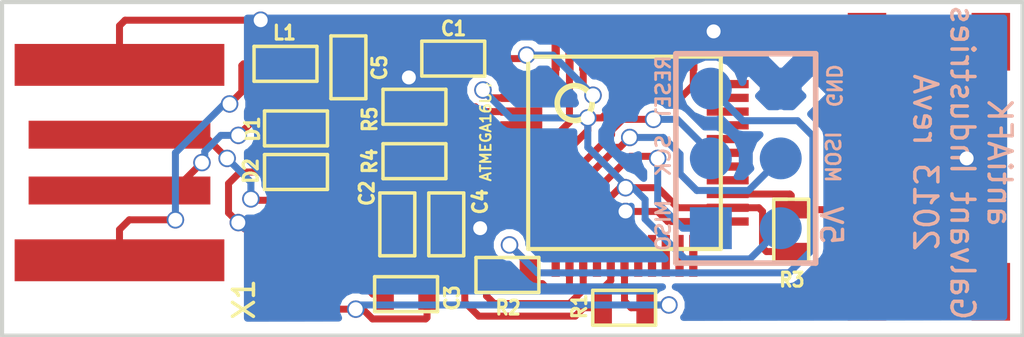
<source format=kicad_pcb>
(kicad_pcb (version 3) (host pcbnew "(2013-mar-13)-testing")

  (general
    (links 50)
    (no_connects 0)
    (area 157.201799 134.722347 197.967599 149.960853)
    (thickness 1.6)
    (drawings 11)
    (tracks 266)
    (zones 0)
    (modules 18)
    (nets 17)
  )

  (page A3)
  (layers
    (15 F.Cu signal)
    (0 B.Cu signal)
    (16 B.Adhes user)
    (17 F.Adhes user)
    (18 B.Paste user)
    (19 F.Paste user)
    (20 B.SilkS user)
    (21 F.SilkS user)
    (22 B.Mask user)
    (23 F.Mask user)
    (24 Dwgs.User user)
    (25 Cmts.User user)
    (26 Eco1.User user)
    (27 Eco2.User user)
    (28 Edge.Cuts user)
  )

  (setup
    (last_trace_width 0.254)
    (trace_clearance 0.1778)
    (zone_clearance 0.254)
    (zone_45_only no)
    (trace_min 0.254)
    (segment_width 0.2)
    (edge_width 0.15)
    (via_size 0.635)
    (via_drill 0.508)
    (via_min_size 0.635)
    (via_min_drill 0.508)
    (uvia_size 0.508)
    (uvia_drill 0.127)
    (uvias_allowed no)
    (uvia_min_size 0.508)
    (uvia_min_drill 0.127)
    (pcb_text_width 0.3)
    (pcb_text_size 1 1)
    (mod_edge_width 0.15)
    (mod_text_size 1 1)
    (mod_text_width 0.15)
    (pad_size 1.4 2.1)
    (pad_drill 0)
    (pad_to_mask_clearance 0)
    (aux_axis_origin 0 0)
    (visible_elements 7FFFFFFF)
    (pcbplotparams
      (layerselection 284196865)
      (usegerberextensions true)
      (excludeedgelayer true)
      (linewidth 152400)
      (plotframeref false)
      (viasonmask false)
      (mode 1)
      (useauxorigin false)
      (hpglpennumber 1)
      (hpglpenspeed 20)
      (hpglpendiameter 15)
      (hpglpenoverlay 2)
      (psnegative false)
      (psa4output false)
      (plotreference true)
      (plotvalue false)
      (plotothertext false)
      (plotinvisibletext false)
      (padsonsilk false)
      (subtractmaskfromsilk false)
      (outputformat 1)
      (mirror false)
      (drillshape 0)
      (scaleselection 1)
      (outputdirectory ""))
  )

  (net 0 "")
  (net 1 +5V)
  (net 2 AREF)
  (net 3 GND)
  (net 4 MISO)
  (net 5 MOSI)
  (net 6 N-0000011)
  (net 7 N-0000012)
  (net 8 N-0000020)
  (net 9 N-0000022)
  (net 10 N-0000023)
  (net 11 N-0000028)
  (net 12 RESET)
  (net 13 SCK)
  (net 14 UCAP)
  (net 15 USB_DM)
  (net 16 USB_DP)

  (net_class Default "This is the default net class."
    (clearance 0.1778)
    (trace_width 0.254)
    (via_dia 0.635)
    (via_drill 0.508)
    (uvia_dia 0.508)
    (uvia_drill 0.127)
    (add_net "")
    (add_net +5V)
    (add_net AREF)
    (add_net GND)
    (add_net MISO)
    (add_net MOSI)
    (add_net N-0000011)
    (add_net N-0000012)
    (add_net N-0000020)
    (add_net N-0000022)
    (add_net N-0000023)
    (add_net N-0000028)
    (add_net RESET)
    (add_net SCK)
    (add_net UCAP)
    (add_net USB_DM)
    (add_net USB_DP)
  )

  (module TQFP44 (layer F.Cu) (tedit 5151E523) (tstamp 5151E601)
    (at 179.8955 141.986)
    (path /51510D9D)
    (attr smd)
    (fp_text reference IC1 (at 0 -1.905) (layer F.SilkS) hide
      (effects (font (size 1.524 1.016) (thickness 0.2032)))
    )
    (fp_text value ATMEGA16U4 (at -5.0419 -0.762 90) (layer F.SilkS)
      (effects (font (size 0.381 0.381) (thickness 0.0762)))
    )
    (fp_line (start 3.5 -3.5) (end 3.5 3.5) (layer F.SilkS) (width 0.15))
    (fp_line (start -3.5 3.5) (end 3.5 3.5) (layer F.SilkS) (width 0.15))
    (fp_line (start -3.5 -3.5) (end -3.5 3.5) (layer F.SilkS) (width 0.15))
    (fp_line (start 3.5 -3.5) (end -3.5 -3.5) (layer F.SilkS) (width 0.15))
    (fp_circle (center -1.81 -1.81) (end -1.81 -1.175) (layer F.SilkS) (width 0.2032))
    (pad 39 smd rect (at 0 -3.75) (size 0.3 1.524)
      (layers F.Cu F.Paste F.Mask)
    )
    (pad 40 smd rect (at -0.5 -3.75) (size 0.3 1.524)
      (layers F.Cu F.Paste F.Mask)
    )
    (pad 41 smd rect (at -1 -3.75) (size 0.3 1.524)
      (layers F.Cu F.Paste F.Mask)
    )
    (pad 42 smd rect (at -1.5 -3.75) (size 0.3 1.524)
      (layers F.Cu F.Paste F.Mask)
      (net 2 AREF)
    )
    (pad 43 smd rect (at -2 -3.75) (size 0.3 1.524)
      (layers F.Cu F.Paste F.Mask)
      (net 3 GND)
    )
    (pad 44 smd rect (at -2.5 -3.75) (size 0.3 1.524)
      (layers F.Cu F.Paste F.Mask)
      (net 1 +5V)
    )
    (pad 38 smd rect (at 0.5 -3.75) (size 0.3 1.524)
      (layers F.Cu F.Paste F.Mask)
    )
    (pad 37 smd rect (at 1 -3.75) (size 0.3 1.524)
      (layers F.Cu F.Paste F.Mask)
    )
    (pad 36 smd rect (at 1.5 -3.75) (size 0.3 1.524)
      (layers F.Cu F.Paste F.Mask)
    )
    (pad 35 smd rect (at 2 -3.75) (size 0.3 1.524)
      (layers F.Cu F.Paste F.Mask)
      (net 3 GND)
    )
    (pad 34 smd rect (at 2.5 -3.75) (size 0.3 1.524)
      (layers F.Cu F.Paste F.Mask)
      (net 1 +5V)
    )
    (pad 17 smd rect (at 0 3.75) (size 0.3 1.524)
      (layers F.Cu F.Paste F.Mask)
      (net 11 N-0000028)
    )
    (pad 16 smd rect (at -0.5 3.75) (size 0.3 1.524)
      (layers F.Cu F.Paste F.Mask)
      (net 7 N-0000012)
    )
    (pad 15 smd rect (at -1 3.75) (size 0.3 1.524)
      (layers F.Cu F.Paste F.Mask)
      (net 3 GND)
    )
    (pad 14 smd rect (at -1.5 3.75) (size 0.3 1.524)
      (layers F.Cu F.Paste F.Mask)
      (net 1 +5V)
    )
    (pad 13 smd rect (at -2 3.75) (size 0.3 1.524)
      (layers F.Cu F.Paste F.Mask)
      (net 12 RESET)
    )
    (pad 12 smd rect (at -2.5 3.75) (size 0.3 1.524)
      (layers F.Cu F.Paste F.Mask)
    )
    (pad 18 smd rect (at 0.5 3.75) (size 0.3 1.524)
      (layers F.Cu F.Paste F.Mask)
    )
    (pad 19 smd rect (at 1 3.75) (size 0.3 1.524)
      (layers F.Cu F.Paste F.Mask)
    )
    (pad 20 smd rect (at 1.5 3.75) (size 0.3 1.524)
      (layers F.Cu F.Paste F.Mask)
    )
    (pad 21 smd rect (at 2 3.75) (size 0.3 1.524)
      (layers F.Cu F.Paste F.Mask)
    )
    (pad 22 smd rect (at 2.5 3.75) (size 0.3 1.524)
      (layers F.Cu F.Paste F.Mask)
    )
    (pad 6 smd rect (at -3.75 0) (size 1.524 0.3)
      (layers F.Cu F.Paste F.Mask)
      (net 14 UCAP)
    )
    (pad 28 smd rect (at 3.75 0) (size 1.524 0.3)
      (layers F.Cu F.Paste F.Mask)
    )
    (pad 7 smd rect (at -3.75 0.5) (size 1.524 0.3)
      (layers F.Cu F.Paste F.Mask)
      (net 1 +5V)
    )
    (pad 27 smd rect (at 3.75 0.5) (size 1.524 0.3)
      (layers F.Cu F.Paste F.Mask)
    )
    (pad 26 smd rect (at 3.75 1) (size 1.524 0.3)
      (layers F.Cu F.Paste F.Mask)
    )
    (pad 8 smd rect (at -3.75 1) (size 1.524 0.3)
      (layers F.Cu F.Paste F.Mask)
    )
    (pad 9 smd rect (at -3.75 1.5) (size 1.524 0.3)
      (layers F.Cu F.Paste F.Mask)
      (net 13 SCK)
    )
    (pad 25 smd rect (at 3.75 1.5) (size 1.524 0.3)
      (layers F.Cu F.Paste F.Mask)
      (net 6 N-0000011)
    )
    (pad 24 smd rect (at 3.75 2) (size 1.524 0.3)
      (layers F.Cu F.Paste F.Mask)
      (net 1 +5V)
    )
    (pad 10 smd rect (at -3.75 2) (size 1.524 0.3)
      (layers F.Cu F.Paste F.Mask)
      (net 5 MOSI)
    )
    (pad 11 smd rect (at -3.75 2.5) (size 1.524 0.3)
      (layers F.Cu F.Paste F.Mask)
      (net 4 MISO)
    )
    (pad 23 smd rect (at 3.75 2.5) (size 1.524 0.3)
      (layers F.Cu F.Paste F.Mask)
      (net 3 GND)
    )
    (pad 29 smd rect (at 3.75 -0.5) (size 1.524 0.3)
      (layers F.Cu F.Paste F.Mask)
    )
    (pad 5 smd rect (at -3.75 -0.5) (size 1.524 0.3)
      (layers F.Cu F.Paste F.Mask)
      (net 3 GND)
    )
    (pad 4 smd rect (at -3.75 -1) (size 1.524 0.3)
      (layers F.Cu F.Paste F.Mask)
      (net 16 USB_DP)
    )
    (pad 30 smd rect (at 3.75 -1) (size 1.524 0.3)
      (layers F.Cu F.Paste F.Mask)
    )
    (pad 31 smd rect (at 3.75 -1.5) (size 1.524 0.3)
      (layers F.Cu F.Paste F.Mask)
    )
    (pad 3 smd rect (at -3.75 -1.5) (size 1.524 0.3)
      (layers F.Cu F.Paste F.Mask)
      (net 15 USB_DM)
    )
    (pad 2 smd rect (at -3.75 -2) (size 1.524 0.3)
      (layers F.Cu F.Paste F.Mask)
      (net 1 +5V)
    )
    (pad 32 smd rect (at 3.75 -2) (size 1.524 0.3)
      (layers F.Cu F.Paste F.Mask)
    )
    (pad 33 smd rect (at 3.75 -2.5) (size 1.524 0.3)
      (layers F.Cu F.Paste F.Mask)
    )
    (pad 1 smd rect (at -3.75 -2.5) (size 1.524 0.3)
      (layers F.Cu F.Paste F.Mask)
    )
  )

  (module SM1206 (layer F.Cu) (tedit 5151E4CF) (tstamp 51511379)
    (at 168.529 145.6055)
    (path /51510F4F)
    (attr smd)
    (fp_text reference X1 (at -2.4638 1.7145 90) (layer F.SilkS)
      (effects (font (size 0.762 0.762) (thickness 0.127)))
    )
    (fp_text value 16MHz (at 0 0) (layer F.SilkS) hide
      (effects (font (size 0.762 0.762) (thickness 0.127)))
    )
    (pad 2 smd rect (at 1.1 -0.85) (size 1.4 1.2)
      (layers F.Cu F.Paste F.Mask)
      (net 7 N-0000012)
    )
    (pad 3 smd rect (at -1.1 -0.85) (size 1.4 1.2)
      (layers F.Cu F.Paste F.Mask)
      (net 3 GND)
    )
    (pad 1 smd rect (at -1.1 0.85) (size 1.4 1.2)
      (layers F.Cu F.Paste F.Mask)
      (net 11 N-0000028)
    )
    (pad 3 smd rect (at 1.1 0.85) (size 1.4 1.2)
      (layers F.Cu F.Paste F.Mask)
      (net 3 GND)
    )
    (model smd/chip_cms.wrl
      (at (xyz 0 0 0))
      (scale (xyz 0.17 0.16 0.16))
      (rotate (xyz 0 0 0))
    )
  )

  (module SW_PUSH_SMALL (layer F.Cu) (tedit 5151E529) (tstamp 5151136D)
    (at 190.9572 142.494 180)
    (path /51512551)
    (fp_text reference SW1 (at 0 -0.762 180) (layer F.SilkS) hide
      (effects (font (size 1.016 1.016) (thickness 0.2032)))
    )
    (fp_text value SW_PUSH (at 0 1.016 180) (layer F.SilkS) hide
      (effects (font (size 1.016 1.016) (thickness 0.2032)))
    )
    (pad 1 smd rect (at 2.25 -4.55 180) (size 1.4 2.1)
      (layers F.Cu F.Paste F.Mask)
      (net 6 N-0000011)
    )
    (pad 1 smd rect (at 2.25 4.55 180) (size 1.4 2.1)
      (layers F.Cu F.Paste F.Mask)
      (net 6 N-0000011)
    )
    (pad 2 smd rect (at -2.25 -4.55 180) (size 1.4 2.1)
      (layers F.Cu F.Paste F.Mask)
      (net 3 GND)
    )
    (pad 2 smd rect (at -2.25 4.55 180) (size 1.4 2.1)
      (layers F.Cu F.Paste F.Mask)
      (net 3 GND)
    )
  )

  (module pin_array_3x2 (layer B.Cu) (tedit 5151E52E) (tstamp 5151985D)
    (at 184.3024 142.1892 90)
    (descr "Double rangee de contacts 2 x 4 pins")
    (tags CONN)
    (path /515197F4)
    (fp_text reference P1 (at 0 3.81 90) (layer B.SilkS) hide
      (effects (font (size 1.016 1.016) (thickness 0.2032)) (justify mirror))
    )
    (fp_text value CONN_3X2 (at 0 -3.81 90) (layer B.SilkS) hide
      (effects (font (size 1.016 1.016) (thickness 0.2032)) (justify mirror))
    )
    (fp_line (start 3.81 -2.54) (end -3.81 -2.54) (layer B.SilkS) (width 0.2032))
    (fp_line (start -3.81 2.54) (end 3.81 2.54) (layer B.SilkS) (width 0.2032))
    (fp_line (start 3.81 2.54) (end 3.81 -2.54) (layer B.SilkS) (width 0.2032))
    (fp_line (start -3.81 -2.54) (end -3.81 2.54) (layer B.SilkS) (width 0.2032))
    (pad 1 smd rect (at -2.54 -1.27 90) (size 1.524 1.524)
      (layers B.Cu B.Paste B.Mask)
      (net 4 MISO)
    )
    (pad 2 smd circle (at -2.54 1.27 90) (size 1.524 1.524)
      (layers B.Cu B.Paste B.Mask)
      (net 1 +5V)
    )
    (pad 3 smd circle (at 0 -1.27 90) (size 1.524 1.524)
      (layers B.Cu B.Paste B.Mask)
      (net 13 SCK)
    )
    (pad 4 smd circle (at 0 1.27 90) (size 1.524 1.524)
      (layers B.Cu B.Paste B.Mask)
      (net 5 MOSI)
    )
    (pad 5 smd circle (at 2.54 -1.27 90) (size 1.524 1.524)
      (layers B.Cu B.Paste B.Mask)
      (net 12 RESET)
    )
    (pad 6 smd circle (at 2.54 1.27 90) (size 1.524 1.524)
      (layers B.Cu B.Paste B.Mask)
      (net 3 GND)
    )
  )

  (module USB_MINI_B (layer F.Cu) (tedit 5151E53C) (tstamp 5151132A)
    (at 161.544 142.3416 180)
    (descr "USB Mini-B 5-pin SMD connector")
    (tags "USB, Mini-B, connector")
    (path /514F76CC)
    (fp_text reference J1 (at 0.0508 5.4356 180) (layer F.SilkS) hide
      (effects (font (size 1.016 1.016) (thickness 0.2032)))
    )
    (fp_text value USB (at 0 -5.1816 180) (layer F.SilkS) hide
      (effects (font (size 1.016 1.016) (thickness 0.2032)))
    )
    (pad 1 smd rect (at 0 -3.556 180) (size 7.62 1.524)
      (layers F.Cu F.Paste F.Mask)
      (net 8 N-0000020)
    )
    (pad 2 smd rect (at 0 -1.016 180) (size 6.604 1.016)
      (layers F.Cu F.Paste F.Mask)
      (net 9 N-0000022)
    )
    (pad 3 smd rect (at 0 1.016 180) (size 6.604 1.016)
      (layers F.Cu F.Paste F.Mask)
      (net 10 N-0000023)
    )
    (pad 4 smd rect (at 0 3.556 180) (size 7.62 1.524)
      (layers F.Cu F.Paste F.Mask)
      (net 3 GND)
    )
  )

  (module SM0603 (layer F.Cu) (tedit 5151E4AD) (tstamp 51511383)
    (at 167.9575 142.6845)
    (path /514F7734)
    (attr smd)
    (fp_text reference D2 (at -1.6383 -0.0381 90) (layer F.SilkS)
      (effects (font (size 0.508 0.4572) (thickness 0.1143)))
    )
    (fp_text value ZENER (at 0 0) (layer F.SilkS) hide
      (effects (font (size 0.508 0.4572) (thickness 0.1143)))
    )
    (fp_line (start -1.143 -0.635) (end 1.143 -0.635) (layer F.SilkS) (width 0.127))
    (fp_line (start 1.143 -0.635) (end 1.143 0.635) (layer F.SilkS) (width 0.127))
    (fp_line (start 1.143 0.635) (end -1.143 0.635) (layer F.SilkS) (width 0.127))
    (fp_line (start -1.143 0.635) (end -1.143 -0.635) (layer F.SilkS) (width 0.127))
    (pad 1 smd rect (at -0.762 0) (size 0.635 1.143)
      (layers F.Cu F.Paste F.Mask)
      (net 3 GND)
    )
    (pad 2 smd rect (at 0.762 0) (size 0.635 1.143)
      (layers F.Cu F.Paste F.Mask)
      (net 10 N-0000023)
    )
    (model smd\resistors\R0603.wrl
      (at (xyz 0 0 0.001))
      (scale (xyz 0.5 0.5 0.5))
      (rotate (xyz 0 0 0))
    )
  )

  (module SM0603 (layer F.Cu) (tedit 5151E4C4) (tstamp 5151138D)
    (at 172.2628 142.2908)
    (path /514F7772)
    (attr smd)
    (fp_text reference R4 (at -1.6256 0 90) (layer F.SilkS)
      (effects (font (size 0.508 0.4572) (thickness 0.1143)))
    )
    (fp_text value 22 (at 0 0) (layer F.SilkS) hide
      (effects (font (size 0.508 0.4572) (thickness 0.1143)))
    )
    (fp_line (start -1.143 -0.635) (end 1.143 -0.635) (layer F.SilkS) (width 0.127))
    (fp_line (start 1.143 -0.635) (end 1.143 0.635) (layer F.SilkS) (width 0.127))
    (fp_line (start 1.143 0.635) (end -1.143 0.635) (layer F.SilkS) (width 0.127))
    (fp_line (start -1.143 0.635) (end -1.143 -0.635) (layer F.SilkS) (width 0.127))
    (pad 1 smd rect (at -0.762 0) (size 0.635 1.143)
      (layers F.Cu F.Paste F.Mask)
      (net 10 N-0000023)
    )
    (pad 2 smd rect (at 0.762 0) (size 0.635 1.143)
      (layers F.Cu F.Paste F.Mask)
      (net 16 USB_DP)
    )
    (model smd\resistors\R0603.wrl
      (at (xyz 0 0 0.001))
      (scale (xyz 0.5 0.5 0.5))
      (rotate (xyz 0 0 0))
    )
  )

  (module SM0603 (layer F.Cu) (tedit 5151E4BC) (tstamp 51511397)
    (at 172.2628 140.3096)
    (path /514F7781)
    (attr smd)
    (fp_text reference R5 (at -1.6256 0.4572 90) (layer F.SilkS)
      (effects (font (size 0.508 0.4572) (thickness 0.1143)))
    )
    (fp_text value 22 (at 0 0) (layer F.SilkS) hide
      (effects (font (size 0.508 0.4572) (thickness 0.1143)))
    )
    (fp_line (start -1.143 -0.635) (end 1.143 -0.635) (layer F.SilkS) (width 0.127))
    (fp_line (start 1.143 -0.635) (end 1.143 0.635) (layer F.SilkS) (width 0.127))
    (fp_line (start 1.143 0.635) (end -1.143 0.635) (layer F.SilkS) (width 0.127))
    (fp_line (start -1.143 0.635) (end -1.143 -0.635) (layer F.SilkS) (width 0.127))
    (pad 1 smd rect (at -0.762 0) (size 0.635 1.143)
      (layers F.Cu F.Paste F.Mask)
      (net 9 N-0000022)
    )
    (pad 2 smd rect (at 0.762 0) (size 0.635 1.143)
      (layers F.Cu F.Paste F.Mask)
      (net 15 USB_DM)
    )
    (model smd\resistors\R0603.wrl
      (at (xyz 0 0 0.001))
      (scale (xyz 0.5 0.5 0.5))
      (rotate (xyz 0 0 0))
    )
  )

  (module SM0603 (layer F.Cu) (tedit 5151E4B0) (tstamp 515113A1)
    (at 167.9575 141.097)
    (path /514F7725)
    (attr smd)
    (fp_text reference D1 (at -1.5875 0.0254 90) (layer F.SilkS)
      (effects (font (size 0.508 0.4572) (thickness 0.1143)))
    )
    (fp_text value ZENER (at 0 0) (layer F.SilkS) hide
      (effects (font (size 0.508 0.4572) (thickness 0.1143)))
    )
    (fp_line (start -1.143 -0.635) (end 1.143 -0.635) (layer F.SilkS) (width 0.127))
    (fp_line (start 1.143 -0.635) (end 1.143 0.635) (layer F.SilkS) (width 0.127))
    (fp_line (start 1.143 0.635) (end -1.143 0.635) (layer F.SilkS) (width 0.127))
    (fp_line (start -1.143 0.635) (end -1.143 -0.635) (layer F.SilkS) (width 0.127))
    (pad 1 smd rect (at -0.762 0) (size 0.635 1.143)
      (layers F.Cu F.Paste F.Mask)
      (net 3 GND)
    )
    (pad 2 smd rect (at 0.762 0) (size 0.635 1.143)
      (layers F.Cu F.Paste F.Mask)
      (net 9 N-0000022)
    )
    (model smd\resistors\R0603.wrl
      (at (xyz 0 0 0.001))
      (scale (xyz 0.5 0.5 0.5))
      (rotate (xyz 0 0 0))
    )
  )

  (module SM0603 (layer F.Cu) (tedit 5151E4E2) (tstamp 515113AB)
    (at 179.8828 147.6248)
    (path /51510F5E)
    (attr smd)
    (fp_text reference R1 (at -1.6256 -0.0508 90) (layer F.SilkS)
      (effects (font (size 0.508 0.4572) (thickness 0.1143)))
    )
    (fp_text value 1M (at 0 0) (layer F.SilkS) hide
      (effects (font (size 0.508 0.4572) (thickness 0.1143)))
    )
    (fp_line (start -1.143 -0.635) (end 1.143 -0.635) (layer F.SilkS) (width 0.127))
    (fp_line (start 1.143 -0.635) (end 1.143 0.635) (layer F.SilkS) (width 0.127))
    (fp_line (start 1.143 0.635) (end -1.143 0.635) (layer F.SilkS) (width 0.127))
    (fp_line (start -1.143 0.635) (end -1.143 -0.635) (layer F.SilkS) (width 0.127))
    (pad 1 smd rect (at -0.762 0) (size 0.635 1.143)
      (layers F.Cu F.Paste F.Mask)
      (net 7 N-0000012)
    )
    (pad 2 smd rect (at 0.762 0) (size 0.635 1.143)
      (layers F.Cu F.Paste F.Mask)
      (net 11 N-0000028)
    )
    (model smd\resistors\R0603.wrl
      (at (xyz 0 0 0.001))
      (scale (xyz 0.5 0.5 0.5))
      (rotate (xyz 0 0 0))
    )
  )

  (module SM0603 (layer F.Cu) (tedit 5151E4BF) (tstamp 515113B5)
    (at 173.6725 138.557 180)
    (path /5151175C)
    (attr smd)
    (fp_text reference C1 (at -0.0127 1.0922 180) (layer F.SilkS)
      (effects (font (size 0.508 0.4572) (thickness 0.1143)))
    )
    (fp_text value 0.1uF (at 0 0 180) (layer F.SilkS) hide
      (effects (font (size 0.508 0.4572) (thickness 0.1143)))
    )
    (fp_line (start -1.143 -0.635) (end 1.143 -0.635) (layer F.SilkS) (width 0.127))
    (fp_line (start 1.143 -0.635) (end 1.143 0.635) (layer F.SilkS) (width 0.127))
    (fp_line (start 1.143 0.635) (end -1.143 0.635) (layer F.SilkS) (width 0.127))
    (fp_line (start -1.143 0.635) (end -1.143 -0.635) (layer F.SilkS) (width 0.127))
    (pad 1 smd rect (at -0.762 0 180) (size 0.635 1.143)
      (layers F.Cu F.Paste F.Mask)
      (net 2 AREF)
    )
    (pad 2 smd rect (at 0.762 0 180) (size 0.635 1.143)
      (layers F.Cu F.Paste F.Mask)
      (net 3 GND)
    )
    (model smd\resistors\R0603.wrl
      (at (xyz 0 0 0.001))
      (scale (xyz 0.5 0.5 0.5))
      (rotate (xyz 0 0 0))
    )
  )

  (module SM0603 (layer F.Cu) (tedit 5151E4C9) (tstamp 515113BF)
    (at 171.6405 144.5895 270)
    (path /51510F6D)
    (attr smd)
    (fp_text reference C2 (at -1.1303 1.1049 270) (layer F.SilkS)
      (effects (font (size 0.508 0.4572) (thickness 0.1143)))
    )
    (fp_text value 18pF (at 0 0 270) (layer F.SilkS) hide
      (effects (font (size 0.508 0.4572) (thickness 0.1143)))
    )
    (fp_line (start -1.143 -0.635) (end 1.143 -0.635) (layer F.SilkS) (width 0.127))
    (fp_line (start 1.143 -0.635) (end 1.143 0.635) (layer F.SilkS) (width 0.127))
    (fp_line (start 1.143 0.635) (end -1.143 0.635) (layer F.SilkS) (width 0.127))
    (fp_line (start -1.143 0.635) (end -1.143 -0.635) (layer F.SilkS) (width 0.127))
    (pad 1 smd rect (at -0.762 0 270) (size 0.635 1.143)
      (layers F.Cu F.Paste F.Mask)
      (net 3 GND)
    )
    (pad 2 smd rect (at 0.762 0 270) (size 0.635 1.143)
      (layers F.Cu F.Paste F.Mask)
      (net 7 N-0000012)
    )
    (model smd\resistors\R0603.wrl
      (at (xyz 0 0 0.001))
      (scale (xyz 0.5 0.5 0.5))
      (rotate (xyz 0 0 0))
    )
  )

  (module SM0603 (layer F.Cu) (tedit 5151E4DE) (tstamp 515113C9)
    (at 175.641 146.431)
    (path /51511625)
    (attr smd)
    (fp_text reference R2 (at 0.0254 1.1938) (layer F.SilkS)
      (effects (font (size 0.508 0.4572) (thickness 0.1143)))
    )
    (fp_text value 10k (at 0 0) (layer F.SilkS) hide
      (effects (font (size 0.508 0.4572) (thickness 0.1143)))
    )
    (fp_line (start -1.143 -0.635) (end 1.143 -0.635) (layer F.SilkS) (width 0.127))
    (fp_line (start 1.143 -0.635) (end 1.143 0.635) (layer F.SilkS) (width 0.127))
    (fp_line (start 1.143 0.635) (end -1.143 0.635) (layer F.SilkS) (width 0.127))
    (fp_line (start -1.143 0.635) (end -1.143 -0.635) (layer F.SilkS) (width 0.127))
    (pad 1 smd rect (at -0.762 0) (size 0.635 1.143)
      (layers F.Cu F.Paste F.Mask)
      (net 1 +5V)
    )
    (pad 2 smd rect (at 0.762 0) (size 0.635 1.143)
      (layers F.Cu F.Paste F.Mask)
      (net 12 RESET)
    )
    (model smd\resistors\R0603.wrl
      (at (xyz 0 0 0.001))
      (scale (xyz 0.5 0.5 0.5))
      (rotate (xyz 0 0 0))
    )
  )

  (module SM0603 (layer F.Cu) (tedit 5151E4D5) (tstamp 5151E0D0)
    (at 171.958 147.1295)
    (path /51510F7C)
    (attr smd)
    (fp_text reference C3 (at 1.6764 0.1397 90) (layer F.SilkS)
      (effects (font (size 0.508 0.4572) (thickness 0.1143)))
    )
    (fp_text value 18pF (at 0 0) (layer F.SilkS) hide
      (effects (font (size 0.508 0.4572) (thickness 0.1143)))
    )
    (fp_line (start -1.143 -0.635) (end 1.143 -0.635) (layer F.SilkS) (width 0.127))
    (fp_line (start 1.143 -0.635) (end 1.143 0.635) (layer F.SilkS) (width 0.127))
    (fp_line (start 1.143 0.635) (end -1.143 0.635) (layer F.SilkS) (width 0.127))
    (fp_line (start -1.143 0.635) (end -1.143 -0.635) (layer F.SilkS) (width 0.127))
    (pad 1 smd rect (at -0.762 0) (size 0.635 1.143)
      (layers F.Cu F.Paste F.Mask)
      (net 3 GND)
    )
    (pad 2 smd rect (at 0.762 0) (size 0.635 1.143)
      (layers F.Cu F.Paste F.Mask)
      (net 11 N-0000028)
    )
    (model smd\resistors\R0603.wrl
      (at (xyz 0 0 0.001))
      (scale (xyz 0.5 0.5 0.5))
      (rotate (xyz 0 0 0))
    )
  )

  (module SM0603 (layer F.Cu) (tedit 5151E4DA) (tstamp 515113DD)
    (at 173.4185 144.5895 270)
    (path /5151196E)
    (attr smd)
    (fp_text reference C4 (at -0.8255 -1.2319 270) (layer F.SilkS)
      (effects (font (size 0.508 0.4572) (thickness 0.1143)))
    )
    (fp_text value 1uF (at 0 0 270) (layer F.SilkS) hide
      (effects (font (size 0.508 0.4572) (thickness 0.1143)))
    )
    (fp_line (start -1.143 -0.635) (end 1.143 -0.635) (layer F.SilkS) (width 0.127))
    (fp_line (start 1.143 -0.635) (end 1.143 0.635) (layer F.SilkS) (width 0.127))
    (fp_line (start 1.143 0.635) (end -1.143 0.635) (layer F.SilkS) (width 0.127))
    (fp_line (start -1.143 0.635) (end -1.143 -0.635) (layer F.SilkS) (width 0.127))
    (pad 1 smd rect (at -0.762 0 270) (size 0.635 1.143)
      (layers F.Cu F.Paste F.Mask)
      (net 14 UCAP)
    )
    (pad 2 smd rect (at 0.762 0 270) (size 0.635 1.143)
      (layers F.Cu F.Paste F.Mask)
      (net 3 GND)
    )
    (model smd\resistors\R0603.wrl
      (at (xyz 0 0 0.001))
      (scale (xyz 0.5 0.5 0.5))
      (rotate (xyz 0 0 0))
    )
  )

  (module SM0603 (layer F.Cu) (tedit 5151E4B8) (tstamp 51511BC1)
    (at 169.8625 138.8745 270)
    (path /51512114)
    (attr smd)
    (fp_text reference C5 (at 0.0127 -1.1303 270) (layer F.SilkS)
      (effects (font (size 0.508 0.4572) (thickness 0.1143)))
    )
    (fp_text value 0.1uF (at 0 0 270) (layer F.SilkS) hide
      (effects (font (size 0.508 0.4572) (thickness 0.1143)))
    )
    (fp_line (start -1.143 -0.635) (end 1.143 -0.635) (layer F.SilkS) (width 0.127))
    (fp_line (start 1.143 -0.635) (end 1.143 0.635) (layer F.SilkS) (width 0.127))
    (fp_line (start 1.143 0.635) (end -1.143 0.635) (layer F.SilkS) (width 0.127))
    (fp_line (start -1.143 0.635) (end -1.143 -0.635) (layer F.SilkS) (width 0.127))
    (pad 1 smd rect (at -0.762 0 270) (size 0.635 1.143)
      (layers F.Cu F.Paste F.Mask)
      (net 1 +5V)
    )
    (pad 2 smd rect (at 0.762 0 270) (size 0.635 1.143)
      (layers F.Cu F.Paste F.Mask)
      (net 3 GND)
    )
    (model smd\resistors\R0603.wrl
      (at (xyz 0 0 0.001))
      (scale (xyz 0.5 0.5 0.5))
      (rotate (xyz 0 0 0))
    )
  )

  (module SM0603 (layer F.Cu) (tedit 5151E7BB) (tstamp 515113F1)
    (at 185.9534 144.8181 90)
    (path /5151248E)
    (attr smd)
    (fp_text reference R3 (at -1.7907 0.0254 180) (layer F.SilkS)
      (effects (font (size 0.508 0.4572) (thickness 0.1143)))
    )
    (fp_text value 10k (at 0 0 90) (layer F.SilkS) hide
      (effects (font (size 0.508 0.4572) (thickness 0.1143)))
    )
    (fp_line (start -1.143 -0.635) (end 1.143 -0.635) (layer F.SilkS) (width 0.127))
    (fp_line (start 1.143 -0.635) (end 1.143 0.635) (layer F.SilkS) (width 0.127))
    (fp_line (start 1.143 0.635) (end -1.143 0.635) (layer F.SilkS) (width 0.127))
    (fp_line (start -1.143 0.635) (end -1.143 -0.635) (layer F.SilkS) (width 0.127))
    (pad 1 smd rect (at -0.762 0 90) (size 0.635 1.143)
      (layers F.Cu F.Paste F.Mask)
      (net 1 +5V)
    )
    (pad 2 smd rect (at 0.762 0 90) (size 0.635 1.143)
      (layers F.Cu F.Paste F.Mask)
      (net 6 N-0000011)
    )
    (model smd\resistors\R0603.wrl
      (at (xyz 0 0 0.001))
      (scale (xyz 0.5 0.5 0.5))
      (rotate (xyz 0 0 0))
    )
  )

  (module SM0603 (layer F.Cu) (tedit 5151E4B4) (tstamp 515113FB)
    (at 167.5765 138.7475 180)
    (path /514F76DB)
    (attr smd)
    (fp_text reference L1 (at 0.0381 1.1303 180) (layer F.SilkS)
      (effects (font (size 0.508 0.4572) (thickness 0.1143)))
    )
    (fp_text value INDUCTOR (at 0 0 180) (layer F.SilkS) hide
      (effects (font (size 0.508 0.4572) (thickness 0.1143)))
    )
    (fp_line (start -1.143 -0.635) (end 1.143 -0.635) (layer F.SilkS) (width 0.127))
    (fp_line (start 1.143 -0.635) (end 1.143 0.635) (layer F.SilkS) (width 0.127))
    (fp_line (start 1.143 0.635) (end -1.143 0.635) (layer F.SilkS) (width 0.127))
    (fp_line (start -1.143 0.635) (end -1.143 -0.635) (layer F.SilkS) (width 0.127))
    (pad 1 smd rect (at -0.762 0 180) (size 0.635 1.143)
      (layers F.Cu F.Paste F.Mask)
      (net 1 +5V)
    )
    (pad 2 smd rect (at 0.762 0 180) (size 0.635 1.143)
      (layers F.Cu F.Paste F.Mask)
      (net 8 N-0000020)
    )
    (model smd\resistors\R0603.wrl
      (at (xyz 0 0 0.001))
      (scale (xyz 0.5 0.5 0.5))
      (rotate (xyz 0 0 0))
    )
  )

  (gr_line (start 194.3608 136.4996) (end 194.3608 148.6408) (angle 90) (layer Edge.Cuts) (width 0.15))
  (gr_text "antiAFK\nGalvant Industries\n2013 revA" (at 192.1764 142.3416 270) (layer B.SilkS)
    (effects (font (size 0.8382 0.8382) (thickness 0.127)) (justify mirror))
  )
  (gr_text RESET (at 181.3052 139.5984 90) (layer B.SilkS)
    (effects (font (size 0.508 0.508) (thickness 0.1016)) (justify mirror))
  )
  (gr_text SCK (at 181.3052 142.0876 90) (layer B.SilkS)
    (effects (font (size 0.508 0.508) (thickness 0.1016)) (justify mirror))
  )
  (gr_text MISO (at 181.3052 144.6276 90) (layer B.SilkS)
    (effects (font (size 0.508 0.508) (thickness 0.1016)) (justify mirror))
  )
  (gr_text GND (at 187.5028 139.5476 270) (layer B.SilkS)
    (effects (font (size 0.508 0.508) (thickness 0.1016)) (justify mirror))
  )
  (gr_text MOSI (at 187.452 142.1384 270) (layer B.SilkS)
    (effects (font (size 0.508 0.508) (thickness 0.1016)) (justify mirror))
  )
  (gr_text 5V (at 187.4012 144.6276 270) (layer B.SilkS)
    (effects (font (size 0.762 0.762) (thickness 0.127)) (justify mirror))
  )
  (gr_line (start 157.2768 148.6408) (end 194.3608 148.6408) (angle 90) (layer Edge.Cuts) (width 0.15))
  (gr_line (start 194.3608 136.4996) (end 157.2768 136.4996) (angle 90) (layer Edge.Cuts) (width 0.15))
  (gr_line (start 157.2768 148.6408) (end 157.2768 136.5504) (angle 90) (layer Edge.Cuts) (width 0.15))

  (segment (start 183.6455 143.986) (end 184.7784 143.986) (width 0.254) (layer F.Cu) (net 1))
  (segment (start 185.0517 145.5801) (end 185.9534 145.5801) (width 0.254) (layer F.Cu) (net 1) (tstamp 5151E743))
  (segment (start 184.912 145.4404) (end 185.0517 145.5801) (width 0.254) (layer F.Cu) (net 1) (tstamp 5151E742))
  (segment (start 184.912 144.1196) (end 184.912 145.4404) (width 0.254) (layer F.Cu) (net 1) (tstamp 5151E741))
  (segment (start 184.7784 143.986) (end 184.912 144.1196) (width 0.254) (layer F.Cu) (net 1) (tstamp 5151E740))
  (segment (start 179.9336 143.256) (end 180.212998 143.256) (width 0.254) (layer B.Cu) (net 1))
  (segment (start 184.4548 145.8468) (end 185.5724 144.7292) (width 0.254) (layer B.Cu) (net 1) (tstamp 5151E303))
  (segment (start 182.092602 145.8468) (end 184.4548 145.8468) (width 0.254) (layer B.Cu) (net 1) (tstamp 5151E301))
  (segment (start 180.6448 144.398998) (end 182.092602 145.8468) (width 0.254) (layer B.Cu) (net 1) (tstamp 5151E300))
  (segment (start 180.6448 143.687802) (end 180.6448 144.398998) (width 0.254) (layer B.Cu) (net 1) (tstamp 5151E2FF))
  (segment (start 180.212998 143.256) (end 180.6448 143.687802) (width 0.254) (layer B.Cu) (net 1) (tstamp 5151E2FE))
  (segment (start 178.3955 145.736) (end 178.3955 146.9785) (width 0.254) (layer F.Cu) (net 1))
  (segment (start 174.879 147.193) (end 174.879 146.431) (width 0.254) (layer F.Cu) (net 1) (tstamp 5151E292))
  (segment (start 175.1584 147.4724) (end 174.879 147.193) (width 0.254) (layer F.Cu) (net 1) (tstamp 5151E291))
  (segment (start 177.9016 147.4724) (end 175.1584 147.4724) (width 0.254) (layer F.Cu) (net 1) (tstamp 5151E290))
  (segment (start 178.3955 146.9785) (end 177.9016 147.4724) (width 0.254) (layer F.Cu) (net 1) (tstamp 5151E28F))
  (segment (start 169.8625 138.1125) (end 171.2087 138.1125) (width 0.254) (layer F.Cu) (net 1))
  (segment (start 177.3955 137.2127) (end 177.3955 138.236) (width 0.254) (layer F.Cu) (net 1) (tstamp 5151E269))
  (segment (start 177.3936 137.2108) (end 177.3955 137.2127) (width 0.254) (layer F.Cu) (net 1) (tstamp 5151E268))
  (segment (start 177.038 137.2108) (end 177.3936 137.2108) (width 0.254) (layer F.Cu) (net 1) (tstamp 5151E267))
  (segment (start 176.6316 137.6172) (end 177.038 137.2108) (width 0.254) (layer F.Cu) (net 1) (tstamp 5151E266))
  (segment (start 171.704 137.6172) (end 176.6316 137.6172) (width 0.254) (layer F.Cu) (net 1) (tstamp 5151E265))
  (segment (start 171.2087 138.1125) (end 171.704 137.6172) (width 0.254) (layer F.Cu) (net 1) (tstamp 5151E264))
  (segment (start 176.1455 139.986) (end 175.038 139.986) (width 0.254) (layer F.Cu) (net 1))
  (segment (start 175.768 140.716) (end 178.562 140.716) (width 0.254) (layer B.Cu) (net 1) (tstamp 5151E240))
  (segment (start 174.752 139.7) (end 175.768 140.716) (width 0.254) (layer B.Cu) (net 1) (tstamp 5151E23F))
  (via (at 174.752 139.7) (size 0.635) (layers F.Cu B.Cu) (net 1))
  (segment (start 175.038 139.986) (end 174.752 139.7) (width 0.254) (layer F.Cu) (net 1) (tstamp 5151E23D))
  (segment (start 182.3955 138.236) (end 182.3955 139.5241) (width 0.254) (layer F.Cu) (net 1))
  (segment (start 182.3955 139.5241) (end 181.9148 140.0048) (width 0.254) (layer F.Cu) (net 1) (tstamp 5151E1F1))
  (segment (start 181.9148 140.0048) (end 179.7812 140.0048) (width 0.254) (layer F.Cu) (net 1) (tstamp 5151E1F2))
  (segment (start 179.7812 140.0048) (end 179.07 140.716) (width 0.254) (layer F.Cu) (net 1) (tstamp 5151E1F3))
  (segment (start 179.07 140.716) (end 178.562 140.716) (width 0.254) (layer F.Cu) (net 1) (tstamp 5151E1F4))
  (segment (start 179.9336 143.256) (end 181.102 143.256) (width 0.254) (layer F.Cu) (net 1))
  (segment (start 181.832 143.986) (end 183.6455 143.986) (width 0.254) (layer F.Cu) (net 1) (tstamp 5151E1E4))
  (segment (start 181.102 143.256) (end 181.832 143.986) (width 0.254) (layer F.Cu) (net 1) (tstamp 5151E1E3))
  (segment (start 179.9336 143.256) (end 179.9336 143.1544) (width 0.254) (layer B.Cu) (net 1))
  (segment (start 179.9336 143.1544) (end 178.562 141.7828) (width 0.254) (layer B.Cu) (net 1) (tstamp 5151E1DE))
  (segment (start 178.562 141.7828) (end 178.562 140.716) (width 0.254) (layer B.Cu) (net 1) (tstamp 5151E1DF))
  (via (at 179.9336 143.256) (size 0.635) (layers F.Cu B.Cu) (net 1))
  (segment (start 177.2492 142.486) (end 178.562 141.1732) (width 0.254) (layer F.Cu) (net 1) (tstamp 5151E150))
  (segment (start 176.1455 142.486) (end 177.2492 142.486) (width 0.254) (layer F.Cu) (net 1))
  (segment (start 178.562 141.1732) (end 178.562 140.716) (width 0.254) (layer F.Cu) (net 1) (tstamp 5151E151))
  (via (at 178.562 140.716) (size 0.635) (layers F.Cu B.Cu) (net 1))
  (segment (start 178.3955 144.5909) (end 179.7304 143.256) (width 0.254) (layer F.Cu) (net 1) (tstamp 5151E169))
  (segment (start 179.7304 143.256) (end 179.9336 143.256) (width 0.254) (layer F.Cu) (net 1) (tstamp 5151E16B))
  (segment (start 178.3955 144.5909) (end 178.3955 145.736) (width 0.254) (layer F.Cu) (net 1))
  (segment (start 177.3955 138.236) (end 177.3955 139.787) (width 0.254) (layer F.Cu) (net 1))
  (segment (start 177.3955 139.787) (end 177.1965 139.986) (width 0.254) (layer F.Cu) (net 1) (tstamp 5151E0E5))
  (segment (start 177.1965 139.986) (end 176.1455 139.986) (width 0.254) (layer F.Cu) (net 1) (tstamp 5151E0E6))
  (segment (start 168.3385 138.7475) (end 169.7355 138.7475) (width 0.254) (layer F.Cu) (net 1))
  (segment (start 169.8625 138.6205) (end 169.8625 138.1125) (width 0.254) (layer F.Cu) (net 1) (tstamp 5151E090))
  (segment (start 169.7355 138.7475) (end 169.8625 138.6205) (width 0.254) (layer F.Cu) (net 1) (tstamp 5151E08F))
  (segment (start 178.3955 138.236) (end 178.3955 139.5335) (width 0.254) (layer F.Cu) (net 2))
  (segment (start 176.2125 138.557) (end 174.4345 138.557) (width 0.254) (layer F.Cu) (net 2) (tstamp 5151E0F7))
  (segment (start 176.3395 138.43) (end 176.2125 138.557) (width 0.254) (layer F.Cu) (net 2) (tstamp 5151E0F6))
  (via (at 176.3395 138.43) (size 0.635) (layers F.Cu B.Cu) (net 2))
  (segment (start 177.292 138.43) (end 176.3395 138.43) (width 0.254) (layer B.Cu) (net 2) (tstamp 5151E0F4))
  (segment (start 178.7525 139.8905) (end 177.292 138.43) (width 0.254) (layer B.Cu) (net 2) (tstamp 5151E0F3))
  (via (at 178.7525 139.8905) (size 0.635) (layers F.Cu B.Cu) (net 2))
  (segment (start 178.3955 139.5335) (end 178.7525 139.8905) (width 0.254) (layer F.Cu) (net 2) (tstamp 5151E0F1))
  (segment (start 161.544 138.7856) (end 161.544 137.3632) (width 0.254) (layer F.Cu) (net 3))
  (via (at 166.6748 137.16) (size 0.635) (layers F.Cu B.Cu) (net 3))
  (segment (start 161.7472 137.16) (end 166.6748 137.16) (width 0.254) (layer F.Cu) (net 3) (tstamp 5151E736))
  (segment (start 161.544 137.3632) (end 161.7472 137.16) (width 0.254) (layer F.Cu) (net 3) (tstamp 5151E735))
  (segment (start 193.1818 142.1892) (end 192.3288 142.1892) (width 0.254) (layer F.Cu) (net 3))
  (via (at 192.3288 142.1892) (size 0.635) (layers F.Cu B.Cu) (net 3))
  (segment (start 193.1818 137.6265) (end 193.1818 142.1892) (width 0.254) (layer F.Cu) (net 3))
  (segment (start 193.1818 142.1892) (end 193.1818 146.7265) (width 0.254) (layer F.Cu) (net 3) (tstamp 5151E324))
  (segment (start 172.0596 139.2428) (end 172.0596 142.1384) (width 0.254) (layer B.Cu) (net 3))
  (segment (start 172.0596 142.1384) (end 174.6504 144.7292) (width 0.254) (layer B.Cu) (net 3) (tstamp 5151E2F2))
  (segment (start 181.8132 137.16) (end 182.7276 137.16) (width 0.254) (layer F.Cu) (net 3))
  (segment (start 171.6532 138.8364) (end 172.0596 139.2428) (width 0.254) (layer F.Cu) (net 3) (tstamp 5151E26E))
  (via (at 172.0596 139.2428) (size 0.635) (layers F.Cu B.Cu) (net 3))
  (segment (start 171.6532 138.8364) (end 171.6532 138.557) (width 0.254) (layer F.Cu) (net 3))
  (segment (start 173.5328 137.7696) (end 172.0596 139.2428) (width 0.254) (layer B.Cu) (net 3) (tstamp 5151E2E5))
  (segment (start 182.9308 137.7696) (end 173.5328 137.7696) (width 0.254) (layer B.Cu) (net 3) (tstamp 5151E2E4))
  (segment (start 183.134 137.5664) (end 182.9308 137.7696) (width 0.254) (layer B.Cu) (net 3) (tstamp 5151E2E3))
  (via (at 183.134 137.5664) (size 0.635) (layers F.Cu B.Cu) (net 3))
  (segment (start 182.7276 137.16) (end 183.134 137.5664) (width 0.254) (layer F.Cu) (net 3) (tstamp 5151E2E1))
  (segment (start 179.9336 144.1196) (end 175.26 144.1196) (width 0.254) (layer B.Cu) (net 3))
  (segment (start 175.26 144.1196) (end 174.6504 144.7292) (width 0.254) (layer B.Cu) (net 3) (tstamp 5151E2DD))
  (via (at 179.9336 144.1196) (size 0.635) (layers F.Cu B.Cu) (net 3))
  (segment (start 174.6504 144.7292) (end 166.0652 144.7292) (width 0.254) (layer B.Cu) (net 3))
  (segment (start 166.0652 144.7292) (end 165.862 144.526) (width 0.254) (layer B.Cu) (net 3) (tstamp 5151E2DA))
  (segment (start 174.0281 145.3515) (end 174.6504 144.7292) (width 0.254) (layer F.Cu) (net 3) (tstamp 5151E296))
  (via (at 174.6504 144.7292) (size 0.635) (layers F.Cu B.Cu) (net 3))
  (segment (start 173.4185 145.3515) (end 174.0281 145.3515) (width 0.254) (layer F.Cu) (net 3))
  (segment (start 169.629 146.4555) (end 170.0775 146.4555) (width 0.254) (layer F.Cu) (net 3))
  (segment (start 170.7515 147.1295) (end 171.196 147.1295) (width 0.254) (layer F.Cu) (net 3) (tstamp 5151E2D7))
  (segment (start 170.0775 146.4555) (end 170.7515 147.1295) (width 0.254) (layer F.Cu) (net 3) (tstamp 5151E2D6))
  (segment (start 167.429 144.7555) (end 167.7171 144.7555) (width 0.254) (layer F.Cu) (net 3))
  (segment (start 169.4171 146.4555) (end 169.629 146.4555) (width 0.254) (layer F.Cu) (net 3) (tstamp 5151E2D3))
  (segment (start 167.7171 144.7555) (end 169.4171 146.4555) (width 0.254) (layer F.Cu) (net 3) (tstamp 5151E2D2))
  (segment (start 167.1955 142.6845) (end 165.9255 142.6845) (width 0.254) (layer F.Cu) (net 3))
  (segment (start 165.9255 142.6845) (end 165.5064 143.1036) (width 0.254) (layer F.Cu) (net 3) (tstamp 5151E2CA))
  (segment (start 165.5064 143.1036) (end 165.5064 144.1704) (width 0.254) (layer F.Cu) (net 3) (tstamp 5151E2CB))
  (segment (start 165.5064 144.1704) (end 165.862 144.526) (width 0.254) (layer F.Cu) (net 3) (tstamp 5151E2CC))
  (segment (start 167.1955 141.097) (end 167.1955 142.6845) (width 0.254) (layer F.Cu) (net 3))
  (segment (start 173.4185 145.3515) (end 173.3423 145.3515) (width 0.254) (layer F.Cu) (net 3))
  (segment (start 171.8183 143.8275) (end 171.6405 143.8275) (width 0.254) (layer F.Cu) (net 3) (tstamp 5151E27D))
  (segment (start 173.3423 145.3515) (end 171.8183 143.8275) (width 0.254) (layer F.Cu) (net 3) (tstamp 5151E27C))
  (segment (start 181.8955 138.236) (end 181.8955 137.2423) (width 0.254) (layer F.Cu) (net 3))
  (segment (start 177.8955 137.2677) (end 177.8955 138.236) (width 0.254) (layer F.Cu) (net 3) (tstamp 5151E1EE))
  (segment (start 178.0032 137.16) (end 177.8955 137.2677) (width 0.254) (layer F.Cu) (net 3) (tstamp 5151E1ED))
  (segment (start 181.8132 137.16) (end 178.0032 137.16) (width 0.254) (layer F.Cu) (net 3) (tstamp 5151E1EC))
  (segment (start 181.8955 137.2423) (end 181.8132 137.16) (width 0.254) (layer F.Cu) (net 3) (tstamp 5151E1EB))
  (segment (start 179.9336 144.1196) (end 181.102 144.1196) (width 0.254) (layer F.Cu) (net 3))
  (segment (start 178.8955 144.8021) (end 179.578 144.1196) (width 0.254) (layer F.Cu) (net 3) (tstamp 5151E16F))
  (segment (start 179.578 144.1196) (end 179.9336 144.1196) (width 0.254) (layer F.Cu) (net 3) (tstamp 5151E170))
  (segment (start 178.8955 145.736) (end 178.8955 144.8021) (width 0.254) (layer F.Cu) (net 3))
  (segment (start 181.4684 144.486) (end 183.6455 144.486) (width 0.254) (layer F.Cu) (net 3) (tstamp 5151E1E8))
  (segment (start 181.102 144.1196) (end 181.4684 144.486) (width 0.254) (layer F.Cu) (net 3) (tstamp 5151E1E7))
  (segment (start 176.1455 141.486) (end 177.284 141.486) (width 0.254) (layer F.Cu) (net 3))
  (segment (start 177.8955 140.8745) (end 177.8955 138.236) (width 0.254) (layer F.Cu) (net 3) (tstamp 5151E0EE))
  (segment (start 177.284 141.486) (end 177.8955 140.8745) (width 0.254) (layer F.Cu) (net 3) (tstamp 5151E0ED))
  (segment (start 169.8625 139.6365) (end 170.3705 139.6365) (width 0.254) (layer F.Cu) (net 3))
  (segment (start 170.3705 139.6365) (end 171.45 138.557) (width 0.254) (layer F.Cu) (net 3) (tstamp 5151E0D6))
  (segment (start 171.45 138.557) (end 171.6532 138.557) (width 0.254) (layer F.Cu) (net 3) (tstamp 5151E0D7))
  (segment (start 171.6532 138.557) (end 172.9105 138.557) (width 0.254) (layer F.Cu) (net 3) (tstamp 5151E26C))
  (via (at 165.862 144.526) (size 0.635) (layers F.Cu B.Cu) (net 3))
  (segment (start 166.0915 144.7555) (end 167.429 144.7555) (width 0.254) (layer F.Cu) (net 3) (tstamp 5151E0A2))
  (segment (start 165.862 144.526) (end 166.0915 144.7555) (width 0.254) (layer F.Cu) (net 3) (tstamp 5151E0A1))
  (segment (start 181.102 142.1892) (end 181.102 143.8148) (width 0.254) (layer B.Cu) (net 4))
  (segment (start 176.1455 144.486) (end 177.7384 144.486) (width 0.254) (layer F.Cu) (net 4))
  (segment (start 177.7384 144.486) (end 180.1114 142.113) (width 0.254) (layer F.Cu) (net 4) (tstamp 5151E163))
  (segment (start 181.0258 142.113) (end 181.102 142.1892) (width 0.254) (layer F.Cu) (net 4) (tstamp 5151E1BB))
  (via (at 181.102 142.1892) (size 0.635) (layers F.Cu B.Cu) (net 4))
  (segment (start 180.1114 142.113) (end 181.0258 142.113) (width 0.254) (layer F.Cu) (net 4))
  (segment (start 182.0164 144.7292) (end 183.0324 144.7292) (width 0.254) (layer B.Cu) (net 4) (tstamp 5151E22B))
  (segment (start 181.102 143.8148) (end 182.0164 144.7292) (width 0.254) (layer B.Cu) (net 4) (tstamp 5151E22A))
  (segment (start 180.086 141.4272) (end 181.3052 141.4272) (width 0.254) (layer B.Cu) (net 5))
  (segment (start 184.404 143.3576) (end 185.5724 142.1892) (width 0.254) (layer B.Cu) (net 5) (tstamp 5151E21E))
  (segment (start 182.5244 143.3576) (end 184.404 143.3576) (width 0.254) (layer B.Cu) (net 5) (tstamp 5151E21D))
  (segment (start 181.9148 142.748) (end 182.5244 143.3576) (width 0.254) (layer B.Cu) (net 5) (tstamp 5151E21C))
  (segment (start 181.9148 142.0368) (end 181.9148 142.748) (width 0.254) (layer B.Cu) (net 5) (tstamp 5151E21B))
  (segment (start 181.3052 141.4272) (end 181.9148 142.0368) (width 0.254) (layer B.Cu) (net 5) (tstamp 5151E21A))
  (segment (start 179.6288 141.7828) (end 179.7304 141.7828) (width 0.254) (layer F.Cu) (net 5))
  (segment (start 180.086 141.4272) (end 180.1876 141.5288) (width 0.254) (layer B.Cu) (net 5) (tstamp 5151E1CD))
  (via (at 180.086 141.4272) (size 0.635) (layers F.Cu B.Cu) (net 5))
  (segment (start 179.7304 141.7828) (end 180.086 141.4272) (width 0.254) (layer F.Cu) (net 5) (tstamp 5151E1CB))
  (segment (start 177.4256 143.986) (end 179.6288 141.7828) (width 0.254) (layer F.Cu) (net 5) (tstamp 5151E15D))
  (segment (start 176.1455 143.986) (end 177.4256 143.986) (width 0.254) (layer F.Cu) (net 5))
  (segment (start 187.8584 144.0561) (end 188.6818 144.0561) (width 0.254) (layer F.Cu) (net 6))
  (segment (start 188.6712 144.0688) (end 188.6818 144.0688) (width 0.254) (layer F.Cu) (net 6) (tstamp 5151E320))
  (segment (start 188.6712 144.0667) (end 188.6712 144.0688) (width 0.254) (layer F.Cu) (net 6) (tstamp 5151E31F))
  (segment (start 188.6818 144.0561) (end 188.6712 144.0667) (width 0.254) (layer F.Cu) (net 6) (tstamp 5151E31E))
  (segment (start 188.6818 137.6265) (end 188.6818 144.0688) (width 0.254) (layer F.Cu) (net 6))
  (segment (start 188.6818 144.0688) (end 188.6818 146.7265) (width 0.254) (layer F.Cu) (net 6) (tstamp 5151E321))
  (segment (start 185.9534 144.0561) (end 185.9534 143.5354) (width 0.254) (layer F.Cu) (net 6))
  (segment (start 185.904 143.486) (end 183.6455 143.486) (width 0.254) (layer F.Cu) (net 6) (tstamp 5151E0D3))
  (segment (start 185.9534 143.5354) (end 185.904 143.486) (width 0.254) (layer F.Cu) (net 6) (tstamp 5151E0D2))
  (segment (start 185.9534 144.0561) (end 187.8584 144.0561) (width 0.254) (layer F.Cu) (net 6))
  (segment (start 171.6405 145.3515) (end 171.6405 145.9865) (width 0.254) (layer F.Cu) (net 7))
  (segment (start 178.4096 147.6248) (end 179.1208 147.6248) (width 0.254) (layer F.Cu) (net 7) (tstamp 5151E2A8))
  (segment (start 178.1048 147.9296) (end 178.4096 147.6248) (width 0.254) (layer F.Cu) (net 7) (tstamp 5151E2A7))
  (segment (start 174.5996 147.9296) (end 178.1048 147.9296) (width 0.254) (layer F.Cu) (net 7) (tstamp 5151E2A6))
  (segment (start 174.0916 147.4216) (end 174.5996 147.9296) (width 0.254) (layer F.Cu) (net 7) (tstamp 5151E2A5))
  (segment (start 174.0916 146.8628) (end 174.0916 147.4216) (width 0.254) (layer F.Cu) (net 7) (tstamp 5151E2A4))
  (segment (start 173.3296 146.1008) (end 174.0916 146.8628) (width 0.254) (layer F.Cu) (net 7) (tstamp 5151E2A3))
  (segment (start 171.7548 146.1008) (end 173.3296 146.1008) (width 0.254) (layer F.Cu) (net 7) (tstamp 5151E2A2))
  (segment (start 171.6405 145.9865) (end 171.7548 146.1008) (width 0.254) (layer F.Cu) (net 7) (tstamp 5151E2A1))
  (segment (start 179.3955 145.736) (end 179.3955 146.6389) (width 0.254) (layer F.Cu) (net 7))
  (segment (start 179.3955 146.6389) (end 179.1208 146.9136) (width 0.254) (layer F.Cu) (net 7) (tstamp 5151E29D))
  (segment (start 179.1208 146.9136) (end 179.1208 147.6248) (width 0.254) (layer F.Cu) (net 7) (tstamp 5151E29E))
  (segment (start 169.629 144.7555) (end 171.5525 144.7555) (width 0.254) (layer F.Cu) (net 7))
  (segment (start 171.6405 144.8435) (end 171.6405 145.3515) (width 0.254) (layer F.Cu) (net 7) (tstamp 5151E070))
  (segment (start 171.5525 144.7555) (end 171.6405 144.8435) (width 0.254) (layer F.Cu) (net 7) (tstamp 5151E06F))
  (segment (start 161.544 145.8976) (end 161.544 144.78) (width 0.254) (layer F.Cu) (net 8))
  (segment (start 165.354 140.208) (end 163.576 141.986) (width 0.254) (layer B.Cu) (net 8) (tstamp 5151E72D))
  (segment (start 163.576 141.986) (end 163.576 144.4244) (width 0.254) (layer B.Cu) (net 8) (tstamp 5151E72E))
  (via (at 163.576 144.4244) (size 0.635) (layers F.Cu B.Cu) (net 8))
  (segment (start 166.0525 138.7475) (end 166.8145 138.7475) (width 0.254) (layer F.Cu) (net 8) (tstamp 5151E09B))
  (segment (start 165.989 138.811) (end 166.0525 138.7475) (width 0.254) (layer F.Cu) (net 8) (tstamp 5151E09A))
  (segment (start 165.989 139.7635) (end 165.989 138.811) (width 0.254) (layer F.Cu) (net 8) (tstamp 5151E099))
  (segment (start 165.5445 140.208) (end 165.989 139.7635) (width 0.254) (layer F.Cu) (net 8) (tstamp 5151E098))
  (via (at 165.5445 140.208) (size 0.635) (layers F.Cu B.Cu) (net 8))
  (segment (start 165.5445 140.208) (end 165.354 140.208) (width 0.254) (layer B.Cu) (net 8))
  (segment (start 161.8996 144.4244) (end 163.576 144.4244) (width 0.254) (layer F.Cu) (net 8) (tstamp 5151E73B))
  (segment (start 161.544 144.78) (end 161.8996 144.4244) (width 0.254) (layer F.Cu) (net 8) (tstamp 5151E73A))
  (segment (start 161.544 143.3576) (end 163.5252 143.3576) (width 0.254) (layer F.Cu) (net 9))
  (segment (start 165.227 141.351) (end 165.862 141.351) (width 0.254) (layer B.Cu) (net 9) (tstamp 5151E726))
  (segment (start 164.6428 141.9352) (end 165.227 141.351) (width 0.254) (layer B.Cu) (net 9) (tstamp 5151E725))
  (segment (start 164.6428 142.24) (end 164.6428 141.9352) (width 0.254) (layer B.Cu) (net 9) (tstamp 5151E724))
  (segment (start 164.5412 142.3416) (end 164.6428 142.24) (width 0.254) (layer B.Cu) (net 9) (tstamp 5151E723))
  (via (at 164.5412 142.3416) (size 0.635) (layers F.Cu B.Cu) (net 9))
  (segment (start 163.5252 143.3576) (end 164.5412 142.3416) (width 0.254) (layer F.Cu) (net 9) (tstamp 5151E720))
  (segment (start 165.8366 141.3256) (end 165.862 141.351) (width 0.254) (layer B.Cu) (net 9) (tstamp 5151E052))
  (via (at 165.862 141.351) (size 0.635) (layers F.Cu B.Cu) (net 9))
  (segment (start 165.862 141.351) (end 166.243 140.97) (width 0.254) (layer F.Cu) (net 9) (tstamp 5151E054))
  (segment (start 166.243 140.97) (end 166.243 140.5255) (width 0.254) (layer F.Cu) (net 9) (tstamp 5151E055))
  (segment (start 166.243 140.5255) (end 166.6875 140.081) (width 0.254) (layer F.Cu) (net 9) (tstamp 5151E056))
  (segment (start 166.6875 140.081) (end 167.767 140.081) (width 0.254) (layer F.Cu) (net 9) (tstamp 5151E057))
  (segment (start 167.767 140.081) (end 168.0845 140.3985) (width 0.254) (layer F.Cu) (net 9) (tstamp 5151E058))
  (segment (start 168.0845 140.3985) (end 168.0845 141.097) (width 0.254) (layer F.Cu) (net 9) (tstamp 5151E059))
  (segment (start 168.0845 141.097) (end 168.7195 141.097) (width 0.254) (layer F.Cu) (net 9) (tstamp 5151E05A))
  (segment (start 168.7195 141.097) (end 169.799 141.097) (width 0.254) (layer F.Cu) (net 9))
  (segment (start 169.799 141.097) (end 170.18 140.716) (width 0.254) (layer F.Cu) (net 9) (tstamp 5151E05D))
  (segment (start 170.5864 140.3096) (end 171.5008 140.3096) (width 0.254) (layer F.Cu) (net 9) (tstamp 51511B74))
  (segment (start 170.18 140.716) (end 170.5864 140.3096) (width 0.254) (layer F.Cu) (net 9) (tstamp 51511B73))
  (segment (start 161.544 141.3256) (end 164.592 141.3256) (width 0.254) (layer F.Cu) (net 10))
  (via (at 166.3192 143.6624) (size 0.635) (layers F.Cu B.Cu) (net 10))
  (segment (start 166.3192 143.6624) (end 166.37 143.7132) (width 0.254) (layer F.Cu) (net 10) (tstamp 5151E2C4))
  (segment (start 166.37 143.7132) (end 168.402 143.7132) (width 0.254) (layer F.Cu) (net 10) (tstamp 5151E2C5))
  (segment (start 168.402 143.7132) (end 168.7195 143.3957) (width 0.254) (layer F.Cu) (net 10) (tstamp 5151E2C6))
  (segment (start 168.7195 143.3957) (end 168.7195 142.6845) (width 0.254) (layer F.Cu) (net 10) (tstamp 5151E2C7))
  (segment (start 166.3192 143.0528) (end 166.3192 143.6624) (width 0.254) (layer B.Cu) (net 10) (tstamp 5151E71D))
  (segment (start 165.4556 142.1892) (end 166.3192 143.0528) (width 0.254) (layer B.Cu) (net 10) (tstamp 5151E71C))
  (via (at 165.4556 142.1892) (size 0.635) (layers F.Cu B.Cu) (net 10))
  (segment (start 164.592 141.3256) (end 165.4556 142.1892) (width 0.254) (layer F.Cu) (net 10) (tstamp 5151E71A))
  (segment (start 168.7195 142.6845) (end 170.2435 142.6845) (width 0.254) (layer F.Cu) (net 10))
  (segment (start 170.2435 142.6845) (end 170.7515 142.1765) (width 0.254) (layer F.Cu) (net 10) (tstamp 5151E061))
  (segment (start 170.7515 142.1765) (end 171.3865 142.1765) (width 0.254) (layer F.Cu) (net 10) (tstamp 5151E064))
  (segment (start 171.3865 142.1765) (end 171.5008 142.2908) (width 0.254) (layer F.Cu) (net 10) (tstamp 5151DFB9))
  (segment (start 179.8955 145.736) (end 179.8955 147.3835) (width 0.254) (layer F.Cu) (net 11))
  (segment (start 180.1368 147.6248) (end 180.6448 147.6248) (width 0.254) (layer F.Cu) (net 11) (tstamp 5151E2EF))
  (segment (start 179.8955 147.3835) (end 180.1368 147.6248) (width 0.254) (layer F.Cu) (net 11) (tstamp 5151E2EE))
  (segment (start 170.1292 147.6756) (end 170.3832 147.6756) (width 0.254) (layer F.Cu) (net 11))
  (segment (start 172.72 147.9804) (end 172.72 147.1295) (width 0.254) (layer F.Cu) (net 11) (tstamp 5151E1AF))
  (segment (start 172.6692 148.0312) (end 172.72 147.9804) (width 0.254) (layer F.Cu) (net 11) (tstamp 5151E1AE))
  (segment (start 170.7388 148.0312) (end 172.6692 148.0312) (width 0.254) (layer F.Cu) (net 11) (tstamp 5151E1AD))
  (segment (start 170.3832 147.6756) (end 170.7388 148.0312) (width 0.254) (layer F.Cu) (net 11) (tstamp 5151E1AC))
  (segment (start 167.429 146.4555) (end 167.429 147.3122) (width 0.254) (layer F.Cu) (net 11))
  (segment (start 181.5084 147.5232) (end 180.4416 147.5232) (width 0.254) (layer F.Cu) (net 11) (tstamp 5151E190))
  (via (at 181.5084 147.5232) (size 0.635) (layers F.Cu B.Cu) (net 11))
  (segment (start 170.2816 147.5232) (end 181.5084 147.5232) (width 0.254) (layer B.Cu) (net 11) (tstamp 5151E18E))
  (segment (start 170.1292 147.6756) (end 170.2816 147.5232) (width 0.254) (layer B.Cu) (net 11) (tstamp 5151E18D))
  (via (at 170.1292 147.6756) (size 0.635) (layers F.Cu B.Cu) (net 11))
  (segment (start 167.7924 147.6756) (end 170.1292 147.6756) (width 0.254) (layer F.Cu) (net 11) (tstamp 5151E18B))
  (segment (start 167.429 147.3122) (end 167.7924 147.6756) (width 0.254) (layer F.Cu) (net 11) (tstamp 5151E18A))
  (segment (start 176.403 146.431) (end 176.403 146.0246) (width 0.254) (layer F.Cu) (net 12))
  (segment (start 184.2008 140.8176) (end 183.0324 139.6492) (width 0.254) (layer B.Cu) (net 12) (tstamp 5151E238))
  (segment (start 186.182 140.8176) (end 184.2008 140.8176) (width 0.254) (layer B.Cu) (net 12) (tstamp 5151E237))
  (segment (start 186.7408 141.3764) (end 186.182 140.8176) (width 0.254) (layer B.Cu) (net 12) (tstamp 5151E236))
  (segment (start 186.7408 145.4912) (end 186.7408 141.3764) (width 0.254) (layer B.Cu) (net 12) (tstamp 5151E235))
  (segment (start 185.8772 146.3548) (end 186.7408 145.4912) (width 0.254) (layer B.Cu) (net 12) (tstamp 5151E233))
  (segment (start 176.7332 146.3548) (end 185.8772 146.3548) (width 0.254) (layer B.Cu) (net 12) (tstamp 5151E231))
  (segment (start 175.7172 145.3388) (end 176.7332 146.3548) (width 0.254) (layer B.Cu) (net 12) (tstamp 5151E230))
  (via (at 175.7172 145.3388) (size 0.635) (layers F.Cu B.Cu) (net 12))
  (segment (start 176.403 146.0246) (end 175.7172 145.3388) (width 0.254) (layer F.Cu) (net 12) (tstamp 5151E22E))
  (segment (start 176.911 146.7485) (end 176.7205 146.7485) (width 0.254) (layer F.Cu) (net 12))
  (segment (start 176.7205 146.7485) (end 176.403 146.431) (width 0.254) (layer F.Cu) (net 12) (tstamp 5151DFED))
  (segment (start 177.8955 146.78) (end 177.8955 145.736) (width 0.254) (layer F.Cu) (net 12) (tstamp 5151DFE8))
  (segment (start 177.673 147.0025) (end 177.8955 146.78) (width 0.254) (layer F.Cu) (net 12) (tstamp 5151DFE7))
  (segment (start 177.165 147.0025) (end 177.673 147.0025) (width 0.254) (layer F.Cu) (net 12) (tstamp 5151DFE6))
  (segment (start 176.911 146.7485) (end 177.165 147.0025) (width 0.254) (layer F.Cu) (net 12) (tstamp 5151DFEB))
  (segment (start 180.9496 140.7668) (end 181.8132 140.7668) (width 0.254) (layer B.Cu) (net 13))
  (segment (start 179.4256 141.3256) (end 179.4256 141.1732) (width 0.254) (layer F.Cu) (net 13))
  (via (at 180.9496 140.7668) (size 0.635) (layers F.Cu B.Cu) (net 13))
  (segment (start 179.832 140.7668) (end 180.9496 140.7668) (width 0.254) (layer F.Cu) (net 13) (tstamp 5151E1D4))
  (segment (start 179.4256 141.1732) (end 179.832 140.7668) (width 0.254) (layer F.Cu) (net 13) (tstamp 5151E1D3))
  (segment (start 176.1455 143.486) (end 177.2652 143.486) (width 0.254) (layer F.Cu) (net 13))
  (segment (start 177.2652 143.486) (end 179.4256 141.3256) (width 0.254) (layer F.Cu) (net 13) (tstamp 5151E157))
  (segment (start 183.0324 141.986) (end 183.0324 142.1892) (width 0.254) (layer B.Cu) (net 13) (tstamp 5151E223))
  (segment (start 181.8132 140.7668) (end 183.0324 141.986) (width 0.254) (layer B.Cu) (net 13) (tstamp 5151E222))
  (segment (start 173.4185 143.8275) (end 174.4345 143.8275) (width 0.254) (layer F.Cu) (net 14))
  (segment (start 174.9425 141.986) (end 176.1455 141.986) (width 0.254) (layer F.Cu) (net 14) (tstamp 5151DFD7))
  (segment (start 174.625 142.3035) (end 174.9425 141.986) (width 0.254) (layer F.Cu) (net 14) (tstamp 5151DFD6))
  (segment (start 174.625 143.637) (end 174.625 142.3035) (width 0.254) (layer F.Cu) (net 14) (tstamp 5151DFD5))
  (segment (start 174.4345 143.8275) (end 174.625 143.637) (width 0.254) (layer F.Cu) (net 14) (tstamp 5151DFD4))
  (segment (start 173.0248 140.3096) (end 174.4726 140.3096) (width 0.254) (layer F.Cu) (net 15))
  (segment (start 174.649 140.486) (end 176.1455 140.486) (width 0.254) (layer F.Cu) (net 15) (tstamp 5151DF8A))
  (segment (start 174.4726 140.3096) (end 174.649 140.486) (width 0.254) (layer F.Cu) (net 15) (tstamp 5151DF89))
  (segment (start 173.0248 142.2908) (end 173.7487 142.2908) (width 0.254) (layer F.Cu) (net 16))
  (segment (start 175.0535 140.986) (end 176.1455 140.986) (width 0.254) (layer F.Cu) (net 16) (tstamp 5151DF95))
  (segment (start 173.7487 142.2908) (end 175.0535 140.986) (width 0.254) (layer F.Cu) (net 16) (tstamp 5151DF94))

  (zone (net 3) (net_name GND) (layer B.Cu) (tstamp 51524974) (hatch edge 0.508)
    (connect_pads (clearance 0.254))
    (min_thickness 0.254)
    (fill (arc_segments 16) (thermal_gap 0.508) (thermal_bridge_width 2.54))
    (polygon
      (pts
        (xy 193.802 148.082) (xy 166.0652 148.1328) (xy 166.0652 136.9568) (xy 193.802 136.9568)
      )
    )
    (filled_polygon
      (pts
        (xy 193.675 147.955232) (xy 182.042962 147.976536) (xy 182.100214 147.919385) (xy 182.206778 147.66275) (xy 182.207021 147.384869)
        (xy 182.100904 147.128049) (xy 181.904585 146.931386) (xy 181.739411 146.8628) (xy 185.8772 146.8628) (xy 186.071603 146.824131)
        (xy 186.23641 146.71401) (xy 187.10001 145.850411) (xy 187.10001 145.85041) (xy 187.17359 145.74029) (xy 187.21013 145.685604)
        (xy 187.210131 145.685603) (xy 187.248799 145.491201) (xy 187.2488 145.4912) (xy 187.2488 141.3764) (xy 187.210131 141.181997)
        (xy 187.21013 141.181996) (xy 187.17359 141.12731) (xy 187.10001 141.01719) (xy 187.10001 141.017189) (xy 186.995887 140.913066)
        (xy 186.657631 140.57481) (xy 186.995887 140.236555) (xy 187.386045 139.846397) (xy 186.960408 139.420759) (xy 186.906694 139.15072)
        (xy 186.695221 139.065195) (xy 186.156405 139.60401) (xy 186.156405 138.526379) (xy 186.07088 138.314906) (xy 185.522323 138.225713)
        (xy 185.07392 138.314906) (xy 184.988395 138.526379) (xy 185.5724 139.110385) (xy 186.156405 138.526379) (xy 186.156405 139.60401)
        (xy 186.111215 139.6492) (xy 186.380623 139.918607) (xy 185.989631 140.3096) (xy 185.693984 140.3096) (xy 185.5724 140.188015)
        (xy 185.450815 140.3096) (xy 185.155169 140.3096) (xy 184.764176 139.918607) (xy 185.033585 139.6492) (xy 184.449579 139.065195)
        (xy 184.238106 139.15072) (xy 184.196102 139.409048) (xy 184.175591 139.429559) (xy 184.175597 139.422841) (xy 184.001953 139.002589)
        (xy 183.680702 138.680777) (xy 183.260754 138.5064) (xy 182.806041 138.506003) (xy 182.385789 138.679647) (xy 182.063977 139.000898)
        (xy 181.8896 139.420846) (xy 181.889203 139.875559) (xy 182.062847 140.295811) (xy 182.384098 140.617623) (xy 182.804046 140.792)
        (xy 183.258759 140.792397) (xy 183.399163 140.734383) (xy 183.84159 141.17681) (xy 184.006396 141.286931) (xy 184.006397 141.286931)
        (xy 184.2008 141.3256) (xy 184.81965 141.3256) (xy 184.603977 141.540898) (xy 184.4296 141.960846) (xy 184.429203 142.415559)
        (xy 184.487216 142.555963) (xy 184.19358 142.8496) (xy 183.988703 142.8496) (xy 184.000823 142.837502) (xy 184.1752 142.417554)
        (xy 184.175597 141.962841) (xy 184.001953 141.542589) (xy 183.680702 141.220777) (xy 183.260754 141.0464) (xy 182.810827 141.046007)
        (xy 182.17241 140.40759) (xy 182.007603 140.297469) (xy 181.8132 140.2588) (xy 181.429452 140.2588) (xy 181.345785 140.174986)
        (xy 181.08915 140.068422) (xy 180.811269 140.068179) (xy 180.554449 140.174296) (xy 180.357786 140.370615) (xy 180.251222 140.62725)
        (xy 180.251123 140.739441) (xy 180.22555 140.728822) (xy 179.947669 140.728579) (xy 179.690849 140.834696) (xy 179.494186 141.031015)
        (xy 179.387622 141.28765) (xy 179.387379 141.565531) (xy 179.493496 141.822351) (xy 179.689815 142.019014) (xy 179.94645 142.125578)
        (xy 180.224331 142.125821) (xy 180.40362 142.051739) (xy 180.403379 142.327531) (xy 180.509496 142.584351) (xy 180.594 142.669003)
        (xy 180.594 142.918582) (xy 180.572208 142.89679) (xy 180.529035 142.867942) (xy 180.526104 142.860849) (xy 180.329785 142.664186)
        (xy 180.07315 142.557622) (xy 180.055226 142.557606) (xy 179.07 141.57238) (xy 179.07 141.195852) (xy 179.153814 141.112185)
        (xy 179.260378 140.85555) (xy 179.260621 140.577669) (xy 179.199938 140.430807) (xy 179.344314 140.286685) (xy 179.450878 140.03005)
        (xy 179.451121 139.752169) (xy 179.345004 139.495349) (xy 179.148685 139.298686) (xy 178.89205 139.192122) (xy 178.772438 139.192017)
        (xy 177.65121 138.07079) (xy 177.486403 137.960669) (xy 177.292 137.922) (xy 176.819352 137.922) (xy 176.735685 137.838186)
        (xy 176.47905 137.731622) (xy 176.201169 137.731379) (xy 175.944349 137.837496) (xy 175.747686 138.033815) (xy 175.641122 138.29045)
        (xy 175.640879 138.568331) (xy 175.746996 138.825151) (xy 175.943315 139.021814) (xy 176.19995 139.128378) (xy 176.477831 139.128621)
        (xy 176.734651 139.022504) (xy 176.819303 138.938) (xy 177.081579 138.938) (xy 178.053982 139.910403) (xy 178.053879 140.028831)
        (xy 178.114561 140.175692) (xy 178.082196 140.208) (xy 175.97842 140.208) (xy 175.450517 139.680097) (xy 175.450621 139.561669)
        (xy 175.344504 139.304849) (xy 175.148185 139.108186) (xy 174.89155 139.001622) (xy 174.613669 139.001379) (xy 174.356849 139.107496)
        (xy 174.160186 139.303815) (xy 174.053622 139.56045) (xy 174.053379 139.838331) (xy 174.159496 140.095151) (xy 174.355815 140.291814)
        (xy 174.61245 140.398378) (xy 174.732062 140.398482) (xy 175.408789 141.07521) (xy 175.40879 141.07521) (xy 175.51891 141.14879)
        (xy 175.573596 141.18533) (xy 175.573597 141.185331) (xy 175.767999 141.223999) (xy 175.768 141.224) (xy 178.054 141.224)
        (xy 178.054 141.7828) (xy 178.092669 141.977203) (xy 178.20279 142.14201) (xy 179.235171 143.174391) (xy 179.234979 143.394331)
        (xy 179.341096 143.651151) (xy 179.537415 143.847814) (xy 179.79405 143.954378) (xy 180.071931 143.954621) (xy 180.1368 143.927817)
        (xy 180.1368 144.398998) (xy 180.175469 144.593401) (xy 180.28559 144.758208) (xy 181.374182 145.8468) (xy 176.94362 145.8468)
        (xy 176.415717 145.318897) (xy 176.415821 145.200469) (xy 176.309704 144.943649) (xy 176.113385 144.746986) (xy 175.85675 144.640422)
        (xy 175.578869 144.640179) (xy 175.322049 144.746296) (xy 175.125386 144.942615) (xy 175.018822 145.19925) (xy 175.018579 145.477131)
        (xy 175.124696 145.733951) (xy 175.321015 145.930614) (xy 175.57765 146.037178) (xy 175.697262 146.037282) (xy 176.373989 146.71401)
        (xy 176.37399 146.71401) (xy 176.48411 146.78759) (xy 176.538796 146.82413) (xy 176.538797 146.824131) (xy 176.733199 146.862799)
        (xy 176.7332 146.8628) (xy 181.277568 146.8628) (xy 181.113249 146.930696) (xy 181.028596 147.0152) (xy 170.360211 147.0152)
        (xy 170.26875 146.977222) (xy 169.990869 146.976979) (xy 169.734049 147.083096) (xy 169.537386 147.279415) (xy 169.430822 147.53605)
        (xy 169.430579 147.813931) (xy 169.507253 147.999495) (xy 166.1922 148.005567) (xy 166.1922 144.360788) (xy 166.457531 144.361021)
        (xy 166.714351 144.254904) (xy 166.911014 144.058585) (xy 167.017578 143.80195) (xy 167.017821 143.524069) (xy 166.911704 143.267249)
        (xy 166.8272 143.182596) (xy 166.8272 143.0528) (xy 166.827199 143.052799) (xy 166.788531 142.858397) (xy 166.78853 142.858396)
        (xy 166.75199 142.80371) (xy 166.67841 142.69359) (xy 166.67841 142.693589) (xy 166.1922 142.207379) (xy 166.1922 141.970341)
        (xy 166.257151 141.943504) (xy 166.453814 141.747185) (xy 166.560378 141.49055) (xy 166.560621 141.212669) (xy 166.454504 140.955849)
        (xy 166.258185 140.759186) (xy 166.1922 140.731786) (xy 166.1922 140.469596) (xy 166.242878 140.34755) (xy 166.243121 140.069669)
        (xy 166.1922 139.946432) (xy 166.1922 137.0838) (xy 193.675 137.0838) (xy 193.675 147.955232)
      )
    )
  )
)

</source>
